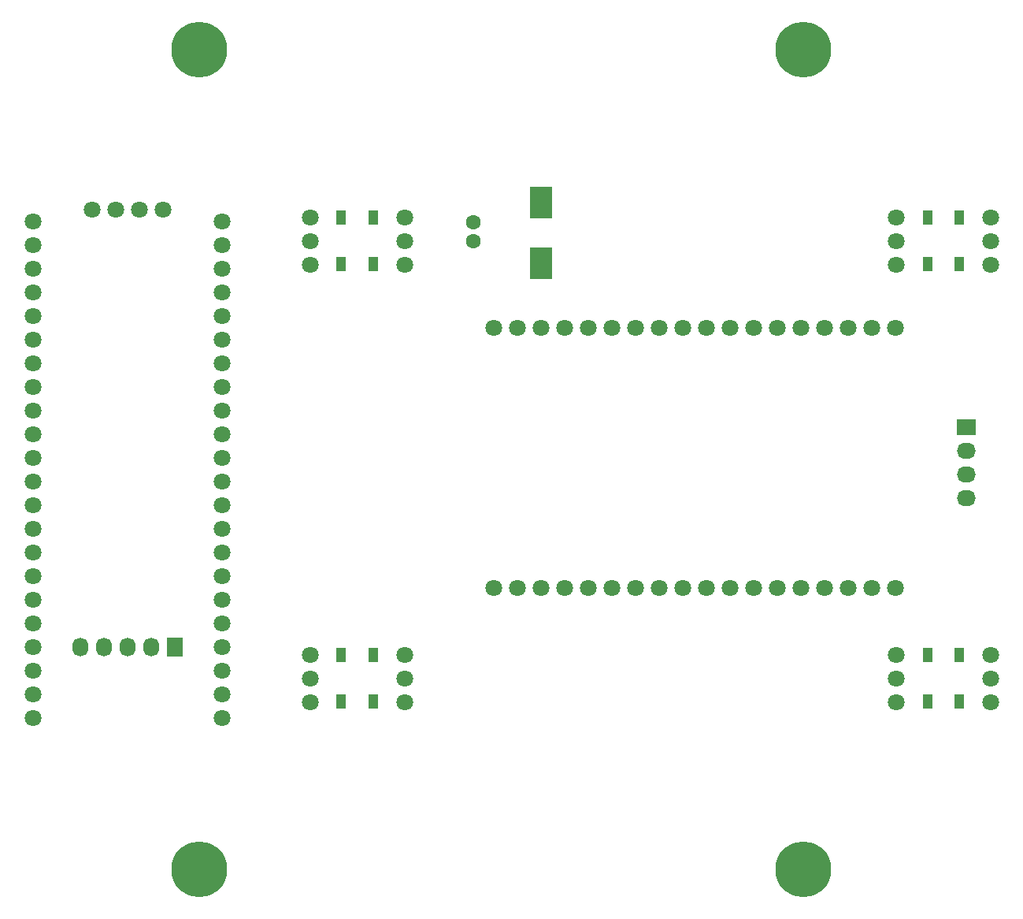
<source format=gbr>
G04 #@! TF.FileFunction,Soldermask,Top*
%FSLAX46Y46*%
G04 Gerber Fmt 4.6, Leading zero omitted, Abs format (unit mm)*
G04 Created by KiCad (PCBNEW (2015-05-13 BZR 5653)-product) date Tue 26 May 2015 04:41:06 PM CEST*
%MOMM*%
G01*
G04 APERTURE LIST*
%ADD10C,0.100000*%
%ADD11C,1.800000*%
%ADD12R,2.032000X1.727200*%
%ADD13O,2.032000X1.727200*%
%ADD14R,2.400300X3.500120*%
%ADD15C,1.600000*%
%ADD16R,1.000000X1.600000*%
%ADD17C,6.000000*%
%ADD18R,1.727200X2.032000*%
%ADD19O,1.727200X2.032000*%
G04 APERTURE END LIST*
D10*
D11*
X71120000Y-55880000D03*
X71120000Y-58420000D03*
X71120000Y-60960000D03*
X71120000Y-63500000D03*
X71120000Y-66040000D03*
X71120000Y-68580000D03*
X71120000Y-71120000D03*
X71120000Y-73660000D03*
X71120000Y-76200000D03*
X71120000Y-78740000D03*
X71120000Y-81280000D03*
X71120000Y-83820000D03*
X71120000Y-86360000D03*
X71120000Y-88900000D03*
X71120000Y-91440000D03*
X71120000Y-93980000D03*
X71120000Y-96520000D03*
X71120000Y-99060000D03*
X71120000Y-101600000D03*
X71120000Y-104140000D03*
X71120000Y-106680000D03*
X71120000Y-109220000D03*
X91440000Y-109220000D03*
X91440000Y-106680000D03*
X91440000Y-104140000D03*
X91440000Y-101600000D03*
X91440000Y-99060000D03*
X91440000Y-96520000D03*
X91440000Y-93980000D03*
X91440000Y-91440000D03*
X91440000Y-88900000D03*
X91440000Y-86360000D03*
X91440000Y-83820000D03*
X91440000Y-81280000D03*
X91440000Y-78740000D03*
X91440000Y-76200000D03*
X91440000Y-73660000D03*
X91440000Y-68580000D03*
X91440000Y-66040000D03*
X91440000Y-63500000D03*
X91440000Y-60960000D03*
X91440000Y-58420000D03*
X91440000Y-55880000D03*
X91440000Y-71120000D03*
X85090000Y-54610000D03*
X82550000Y-54610000D03*
X80010000Y-54610000D03*
X77470000Y-54610000D03*
D12*
X171500000Y-78000000D03*
D13*
X171500000Y-80540000D03*
X171500000Y-83080000D03*
X171500000Y-85620000D03*
D14*
X125730000Y-60401200D03*
X125730000Y-53898800D03*
D11*
X120650000Y-95250000D03*
X123190000Y-95250000D03*
X125730000Y-95250000D03*
X128270000Y-95250000D03*
X130810000Y-95250000D03*
X133350000Y-95250000D03*
X135890000Y-95250000D03*
X138430000Y-95250000D03*
X140970000Y-95250000D03*
X143510000Y-95250000D03*
X146050000Y-95250000D03*
X148590000Y-95250000D03*
X151130000Y-95250000D03*
X153670000Y-95250000D03*
X156210000Y-95250000D03*
X158750000Y-95250000D03*
X161290000Y-95250000D03*
X163830000Y-95250000D03*
X163830000Y-67310000D03*
X161290000Y-67310000D03*
X158750000Y-67310000D03*
X156210000Y-67310000D03*
X153670000Y-67310000D03*
X151130000Y-67310000D03*
X148590000Y-67310000D03*
X146050000Y-67310000D03*
X143510000Y-67310000D03*
X140970000Y-67310000D03*
X138430000Y-67310000D03*
X135890000Y-67310000D03*
X133350000Y-67310000D03*
X130810000Y-67310000D03*
X128270000Y-67310000D03*
X125730000Y-67310000D03*
X123190000Y-67310000D03*
X120650000Y-67310000D03*
D15*
X118500000Y-58000000D03*
X118500000Y-56000000D03*
D11*
X111080000Y-107540000D03*
X111080000Y-105000000D03*
X111080000Y-102460000D03*
X100920000Y-102460000D03*
X100920000Y-105000000D03*
X100920000Y-107540000D03*
D16*
X104300000Y-107500000D03*
X107700000Y-107500000D03*
X107700000Y-102500000D03*
X104300000Y-102500000D03*
D11*
X111080000Y-60540000D03*
X111080000Y-58000000D03*
X111080000Y-55460000D03*
X100920000Y-55460000D03*
X100920000Y-58000000D03*
X100920000Y-60540000D03*
D16*
X104300000Y-60500000D03*
X107700000Y-60500000D03*
X107700000Y-55500000D03*
X104300000Y-55500000D03*
D11*
X174080000Y-60540000D03*
X174080000Y-58000000D03*
X174080000Y-55460000D03*
X163920000Y-55460000D03*
X163920000Y-58000000D03*
X163920000Y-60540000D03*
D16*
X167300000Y-60500000D03*
X170700000Y-60500000D03*
X170700000Y-55500000D03*
X167300000Y-55500000D03*
D11*
X174080000Y-107540000D03*
X174080000Y-105000000D03*
X174080000Y-102460000D03*
X163920000Y-102460000D03*
X163920000Y-105000000D03*
X163920000Y-107540000D03*
D16*
X167300000Y-107500000D03*
X170700000Y-107500000D03*
X170700000Y-102500000D03*
X167300000Y-102500000D03*
D17*
X89000000Y-37500000D03*
X154000000Y-37500000D03*
X89000000Y-125500000D03*
X154000000Y-125500000D03*
D18*
X86360000Y-101600000D03*
D19*
X83820000Y-101600000D03*
X81280000Y-101600000D03*
X78740000Y-101600000D03*
X76200000Y-101600000D03*
M02*

</source>
